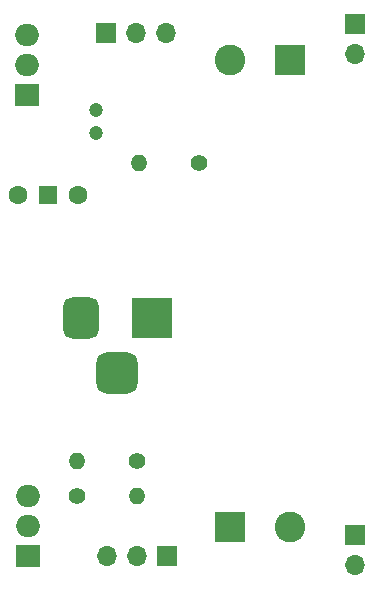
<source format=gbs>
%TF.GenerationSoftware,KiCad,Pcbnew,8.0.7*%
%TF.CreationDate,2025-02-08T15:19:53+05:30*%
%TF.ProjectId,Bread_Board_Power_supply,42726561-645f-4426-9f61-72645f506f77,rev?*%
%TF.SameCoordinates,Original*%
%TF.FileFunction,Soldermask,Bot*%
%TF.FilePolarity,Negative*%
%FSLAX46Y46*%
G04 Gerber Fmt 4.6, Leading zero omitted, Abs format (unit mm)*
G04 Created by KiCad (PCBNEW 8.0.7) date 2025-02-08 15:19:53*
%MOMM*%
%LPD*%
G01*
G04 APERTURE LIST*
G04 Aperture macros list*
%AMRoundRect*
0 Rectangle with rounded corners*
0 $1 Rounding radius*
0 $2 $3 $4 $5 $6 $7 $8 $9 X,Y pos of 4 corners*
0 Add a 4 corners polygon primitive as box body*
4,1,4,$2,$3,$4,$5,$6,$7,$8,$9,$2,$3,0*
0 Add four circle primitives for the rounded corners*
1,1,$1+$1,$2,$3*
1,1,$1+$1,$4,$5*
1,1,$1+$1,$6,$7*
1,1,$1+$1,$8,$9*
0 Add four rect primitives between the rounded corners*
20,1,$1+$1,$2,$3,$4,$5,0*
20,1,$1+$1,$4,$5,$6,$7,0*
20,1,$1+$1,$6,$7,$8,$9,0*
20,1,$1+$1,$8,$9,$2,$3,0*%
G04 Aperture macros list end*
%ADD10R,1.700000X1.700000*%
%ADD11O,1.700000X1.700000*%
%ADD12C,1.400000*%
%ADD13O,1.400000X1.400000*%
%ADD14R,2.600000X2.600000*%
%ADD15C,2.600000*%
%ADD16R,3.500000X3.500000*%
%ADD17RoundRect,0.750000X-0.750000X-1.000000X0.750000X-1.000000X0.750000X1.000000X-0.750000X1.000000X0*%
%ADD18RoundRect,0.875000X-0.875000X-0.875000X0.875000X-0.875000X0.875000X0.875000X-0.875000X0.875000X0*%
%ADD19R,2.000000X1.905000*%
%ADD20O,2.000000X1.905000*%
%ADD21C,1.200000*%
%ADD22R,1.500000X1.500000*%
%ADD23C,1.600000*%
G04 APERTURE END LIST*
D10*
%TO.C,J6*%
X100000000Y-143250000D03*
D11*
X100000000Y-145790000D03*
%TD*%
D10*
%TO.C,J7*%
X84025000Y-145000000D03*
D11*
X81485000Y-145000000D03*
X78945000Y-145000000D03*
%TD*%
D12*
%TO.C,R1*%
X86790000Y-111750000D03*
D13*
X81710000Y-111750000D03*
%TD*%
D12*
%TO.C,R3*%
X81540000Y-136950000D03*
D13*
X76460000Y-136950000D03*
%TD*%
D10*
%TO.C,J2*%
X78867000Y-100711000D03*
D11*
X81407000Y-100711000D03*
X83947000Y-100711000D03*
%TD*%
D14*
%TO.C,J5*%
X89403000Y-142545000D03*
D15*
X94483000Y-142545000D03*
%TD*%
D12*
%TO.C,R2*%
X76460000Y-139950000D03*
D13*
X81540000Y-139950000D03*
%TD*%
D16*
%TO.C,J1*%
X82804000Y-124841000D03*
D17*
X76804000Y-124841000D03*
D18*
X79804000Y-129541000D03*
%TD*%
D10*
%TO.C,J3*%
X100000000Y-100000000D03*
D11*
X100000000Y-102540000D03*
%TD*%
D19*
%TO.C,U1*%
X72195000Y-106040000D03*
D20*
X72195000Y-103500000D03*
X72195000Y-100960000D03*
%TD*%
D21*
%TO.C,C1*%
X78000000Y-107250000D03*
X78000000Y-109250000D03*
%TD*%
D14*
%TO.C,J4*%
X94493000Y-103073000D03*
D15*
X89413000Y-103073000D03*
%TD*%
D22*
%TO.C,SW1*%
X74000000Y-114450000D03*
D23*
X76540000Y-114450000D03*
X71460000Y-114450000D03*
%TD*%
D19*
%TO.C,U2*%
X72250000Y-145000000D03*
D20*
X72250000Y-142460000D03*
X72250000Y-139920000D03*
%TD*%
M02*

</source>
